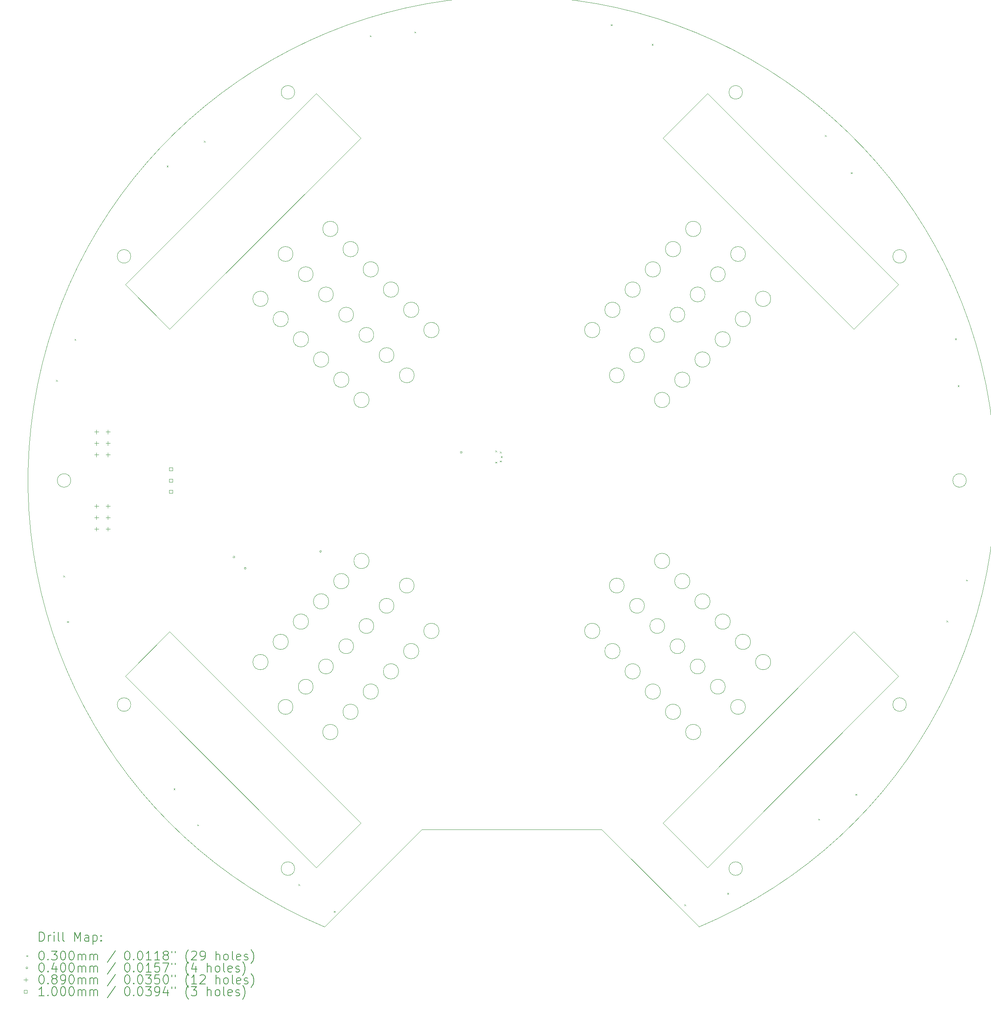
<source format=gbr>
%TF.GenerationSoftware,KiCad,Pcbnew,(6.0.9)*%
%TF.CreationDate,2023-07-09T09:41:22+10:00*%
%TF.ProjectId,Line 2.4,4c696e65-2032-42e3-942e-6b696361645f,rev?*%
%TF.SameCoordinates,Original*%
%TF.FileFunction,Drillmap*%
%TF.FilePolarity,Positive*%
%FSLAX45Y45*%
G04 Gerber Fmt 4.5, Leading zero omitted, Abs format (unit mm)*
G04 Created by KiCad (PCBNEW (6.0.9)) date 2023-07-09 09:41:22*
%MOMM*%
%LPD*%
G01*
G04 APERTURE LIST*
%ADD10C,0.100000*%
%ADD11C,0.200000*%
%ADD12C,0.030000*%
%ADD13C,0.040000*%
%ADD14C,0.089000*%
G04 APERTURE END LIST*
D10*
X29698707Y-5558653D02*
X33941347Y-9801293D01*
X16758653Y-18498707D02*
X17748602Y-17508757D01*
X22283522Y-17381478D02*
G75*
G03*
X22283522Y-17381478I-165000J0D01*
G01*
X30475000Y-22766953D02*
G75*
G03*
X30475000Y-22766953I-150000J0D01*
G01*
X20525000Y-5533047D02*
G75*
G03*
X20525000Y-5533047I-150000J0D01*
G01*
X28746478Y-10918522D02*
G75*
G03*
X28746478Y-10918522I-165000J0D01*
G01*
X28204955Y-18387620D02*
G75*
G03*
X28204955Y-18387620I-170000J0D01*
G01*
X22835045Y-9912380D02*
G75*
G03*
X22835045Y-9912380I-170000J0D01*
G01*
X31104659Y-18181994D02*
G75*
G03*
X31104659Y-18181994I-170000J0D01*
G01*
X30093516Y-9571484D02*
G75*
G03*
X30093516Y-9571484I-165000J0D01*
G01*
X27755942Y-10361393D02*
G75*
G03*
X27755942Y-10361393I-170000J0D01*
G01*
X22386032Y-9463367D02*
G75*
G03*
X22386032Y-9463367I-170000J0D01*
G01*
X30655646Y-10567019D02*
G75*
G03*
X30655646Y-10567019I-170000J0D01*
G01*
X17748602Y-17508757D02*
X21991243Y-21751398D01*
X20936484Y-9571484D02*
G75*
G03*
X20936484Y-9571484I-165000J0D01*
G01*
X22180406Y-15936929D02*
G75*
G03*
X22180406Y-15936929I-170000J0D01*
G01*
X22180405Y-12363070D02*
G75*
G03*
X22180405Y-12363070I-170000J0D01*
G01*
X28653968Y-18836633D02*
G75*
G03*
X28653968Y-18836633I-170000J0D01*
G01*
X27306929Y-10810405D02*
G75*
G03*
X27306929Y-10810405I-170000J0D01*
G01*
X23181548Y-16483452D02*
G75*
G03*
X23181548Y-16483452I-165000J0D01*
G01*
X30206633Y-11016032D02*
G75*
G03*
X30206633Y-11016032I-170000J0D01*
G01*
X21001293Y-22741347D02*
X16758653Y-18498707D01*
X21991243Y-21751398D02*
X21001293Y-22741347D01*
X20487471Y-19177529D02*
G75*
G03*
X20487471Y-19177529I-165000J0D01*
G01*
X30475000Y-5533047D02*
G75*
G03*
X30475000Y-5533047I-150000J0D01*
G01*
X28204955Y-9912380D02*
G75*
G03*
X28204955Y-9912380I-170000J0D01*
G01*
X27755942Y-17938607D02*
G75*
G03*
X27755942Y-17938607I-170000J0D01*
G01*
X20936484Y-18728516D02*
G75*
G03*
X20936484Y-18728516I-165000J0D01*
G01*
X30655646Y-17732981D02*
G75*
G03*
X30655646Y-17732981I-170000J0D01*
G01*
X29551994Y-8565341D02*
G75*
G03*
X29551994Y-8565341I-170000J0D01*
G01*
X21188266Y-24061734D02*
X23350000Y-21900000D01*
X23733071Y-10810405D02*
G75*
G03*
X23733071Y-10810405I-170000J0D01*
G01*
X21834509Y-10469509D02*
G75*
G03*
X21834509Y-10469509I-165000J0D01*
G01*
X28859595Y-12363070D02*
G75*
G03*
X28859595Y-12363070I-170000J0D01*
G01*
X29102981Y-19285646D02*
G75*
G03*
X29102981Y-19285646I-170000J0D01*
G01*
X27306930Y-17489595D02*
G75*
G03*
X27306930Y-17489595I-170000J0D01*
G01*
X29551993Y-19734659D02*
G75*
G03*
X29551993Y-19734659I-170000J0D01*
G01*
X30542529Y-9122471D02*
G75*
G03*
X30542529Y-9122471I-165000J0D01*
G01*
X27848452Y-11816548D02*
G75*
G03*
X27848452Y-11816548I-165000J0D01*
G01*
X15550000Y-14150000D02*
G75*
G03*
X15550000Y-14150000I-150000J0D01*
G01*
X21488007Y-19734659D02*
G75*
G03*
X21488007Y-19734659I-170000J0D01*
G01*
X27350000Y-21900000D02*
X29511734Y-24061734D01*
X21282380Y-16834955D02*
G75*
G03*
X21282380Y-16834955I-170000J0D01*
G01*
X29757620Y-11465045D02*
G75*
G03*
X29757620Y-11465045I-170000J0D01*
G01*
X21001293Y-5558653D02*
X21991243Y-6548602D01*
X21385496Y-10020496D02*
G75*
G03*
X21385496Y-10020496I-165000J0D01*
G01*
X28653968Y-9463367D02*
G75*
G03*
X28653968Y-9463367I-170000J0D01*
G01*
X22386032Y-18836633D02*
G75*
G03*
X22386032Y-18836633I-170000J0D01*
G01*
X33941347Y-18498707D02*
X29698707Y-22741347D01*
X27848452Y-16483452D02*
G75*
G03*
X27848452Y-16483452I-165000J0D01*
G01*
X29308607Y-16385942D02*
G75*
G03*
X29308607Y-16385942I-170000J0D01*
G01*
X22283522Y-10918522D02*
G75*
G03*
X22283522Y-10918522I-165000J0D01*
G01*
X32951398Y-10791243D02*
X28708757Y-6548602D01*
X29757620Y-16834955D02*
G75*
G03*
X29757620Y-16834955I-170000J0D01*
G01*
X21834509Y-17830491D02*
G75*
G03*
X21834509Y-17830491I-165000J0D01*
G01*
X21731393Y-16385942D02*
G75*
G03*
X21731393Y-16385942I-170000J0D01*
G01*
X21731393Y-11914058D02*
G75*
G03*
X21731393Y-11914058I-170000J0D01*
G01*
X20833367Y-11016032D02*
G75*
G03*
X20833367Y-11016032I-170000J0D01*
G01*
X20384354Y-17732981D02*
G75*
G03*
X20384354Y-17732981I-170000J0D01*
G01*
X33941347Y-9801293D02*
X32951398Y-10791243D01*
X23350000Y-21900000D02*
X27350000Y-21900000D01*
X34116953Y-9175000D02*
G75*
G03*
X34116953Y-9175000I-150000J0D01*
G01*
X21488006Y-8565341D02*
G75*
G03*
X21488006Y-8565341I-170000J0D01*
G01*
X22732535Y-16932465D02*
G75*
G03*
X22732535Y-16932465I-165000J0D01*
G01*
X34116953Y-19125000D02*
G75*
G03*
X34116953Y-19125000I-150000J0D01*
G01*
X29644504Y-18279504D02*
G75*
G03*
X29644504Y-18279504I-165000J0D01*
G01*
X28746478Y-17381478D02*
G75*
G03*
X28746478Y-17381478I-165000J0D01*
G01*
X19935341Y-18181994D02*
G75*
G03*
X19935341Y-18181994I-170000J0D01*
G01*
X22835045Y-18387620D02*
G75*
G03*
X22835045Y-18387620I-170000J0D01*
G01*
X16883047Y-9175000D02*
G75*
G03*
X16883047Y-9175000I-150000J0D01*
G01*
X21282380Y-11465045D02*
G75*
G03*
X21282380Y-11465045I-170000J0D01*
G01*
X28297465Y-11367535D02*
G75*
G03*
X28297465Y-11367535I-165000J0D01*
G01*
X29195491Y-10469509D02*
G75*
G03*
X29195491Y-10469509I-165000J0D01*
G01*
X19935342Y-10118006D02*
G75*
G03*
X19935342Y-10118006I-170000J0D01*
G01*
X21937019Y-9014354D02*
G75*
G03*
X21937019Y-9014354I-170000J0D01*
G01*
X22732535Y-11367535D02*
G75*
G03*
X22732535Y-11367535I-165000J0D01*
G01*
X23284058Y-10361393D02*
G75*
G03*
X23284058Y-10361393I-170000J0D01*
G01*
X20833367Y-17283968D02*
G75*
G03*
X20833367Y-17283968I-170000J0D01*
G01*
X30542529Y-19177529D02*
G75*
G03*
X30542529Y-19177529I-165000J0D01*
G01*
X31104658Y-10118006D02*
G75*
G03*
X31104658Y-10118006I-170000J0D01*
G01*
X20525000Y-22766953D02*
G75*
G03*
X20525000Y-22766953I-150000J0D01*
G01*
X35450000Y-14150000D02*
G75*
G03*
X35450000Y-14150000I-150000J0D01*
G01*
X29102981Y-9014354D02*
G75*
G03*
X29102981Y-9014354I-170000J0D01*
G01*
X21385496Y-18279504D02*
G75*
G03*
X21385496Y-18279504I-165000J0D01*
G01*
X28708757Y-21751398D02*
X32951398Y-17508757D01*
X23284058Y-17938607D02*
G75*
G03*
X23284058Y-17938607I-170000J0D01*
G01*
X23181548Y-11816548D02*
G75*
G03*
X23181548Y-11816548I-165000J0D01*
G01*
X30206633Y-17283968D02*
G75*
G03*
X30206633Y-17283968I-170000J0D01*
G01*
X16758653Y-9801293D02*
X21001293Y-5558653D01*
X20487471Y-9122471D02*
G75*
G03*
X20487471Y-9122471I-165000J0D01*
G01*
X29308607Y-11914058D02*
G75*
G03*
X29308607Y-11914058I-170000J0D01*
G01*
X28297465Y-16932465D02*
G75*
G03*
X28297465Y-16932465I-165000J0D01*
G01*
X30093516Y-18728516D02*
G75*
G03*
X30093516Y-18728516I-165000J0D01*
G01*
X29698707Y-22741347D02*
X28708757Y-21751398D01*
X28708757Y-6548602D02*
X29698707Y-5558653D01*
X17748602Y-10791243D02*
X16758653Y-9801293D01*
X32951398Y-17508757D02*
X33941347Y-18498707D01*
X21991243Y-6548602D02*
X17748602Y-10791243D01*
X29511734Y-24061734D02*
G75*
G03*
X21188266Y-24061734I-4161734J9911734D01*
G01*
X29644504Y-10020496D02*
G75*
G03*
X29644504Y-10020496I-165000J0D01*
G01*
X29195491Y-17830491D02*
G75*
G03*
X29195491Y-17830491I-165000J0D01*
G01*
X23733070Y-17489595D02*
G75*
G03*
X23733070Y-17489595I-170000J0D01*
G01*
X21937019Y-19285646D02*
G75*
G03*
X21937019Y-19285646I-170000J0D01*
G01*
X28859594Y-15936929D02*
G75*
G03*
X28859594Y-15936929I-170000J0D01*
G01*
X20384354Y-10567019D02*
G75*
G03*
X20384354Y-10567019I-170000J0D01*
G01*
X16883047Y-19125000D02*
G75*
G03*
X16883047Y-19125000I-150000J0D01*
G01*
D11*
D12*
X15222406Y-11919473D02*
X15252406Y-11949473D01*
X15252406Y-11919473D02*
X15222406Y-11949473D01*
X15385000Y-16260000D02*
X15415000Y-16290000D01*
X15415000Y-16260000D02*
X15385000Y-16290000D01*
X15469473Y-17272594D02*
X15499473Y-17302594D01*
X15499473Y-17272594D02*
X15469473Y-17302594D01*
X15635000Y-11010000D02*
X15665000Y-11040000D01*
X15665000Y-11010000D02*
X15635000Y-11040000D01*
X17685000Y-7160000D02*
X17715000Y-7190000D01*
X17715000Y-7160000D02*
X17685000Y-7190000D01*
X17835000Y-20985000D02*
X17865000Y-21015000D01*
X17865000Y-20985000D02*
X17835000Y-21015000D01*
X18360000Y-21785000D02*
X18390000Y-21815000D01*
X18390000Y-21785000D02*
X18360000Y-21815000D01*
X18510000Y-6610000D02*
X18540000Y-6640000D01*
X18540000Y-6610000D02*
X18510000Y-6640000D01*
X20610000Y-23110000D02*
X20640000Y-23140000D01*
X20640000Y-23110000D02*
X20610000Y-23140000D01*
X21397098Y-23709239D02*
X21427098Y-23739239D01*
X21427098Y-23709239D02*
X21397098Y-23739239D01*
X22197406Y-4269473D02*
X22227406Y-4299473D01*
X22227406Y-4269473D02*
X22197406Y-4299473D01*
X23185000Y-4185000D02*
X23215000Y-4215000D01*
X23215000Y-4185000D02*
X23185000Y-4215000D01*
X24985000Y-13485000D02*
X25015000Y-13515000D01*
X25015000Y-13485000D02*
X24985000Y-13515000D01*
X24985000Y-13735000D02*
X25015000Y-13765000D01*
X25015000Y-13735000D02*
X24985000Y-13765000D01*
X25085000Y-13510000D02*
X25115000Y-13540000D01*
X25115000Y-13510000D02*
X25085000Y-13540000D01*
X25085000Y-13710000D02*
X25115000Y-13740000D01*
X25115000Y-13710000D02*
X25085000Y-13740000D01*
X25110000Y-13610000D02*
X25140000Y-13640000D01*
X25140000Y-13610000D02*
X25110000Y-13640000D01*
X27550527Y-4022406D02*
X27580527Y-4052406D01*
X27580527Y-4022406D02*
X27550527Y-4052406D01*
X28460000Y-4460000D02*
X28490000Y-4490000D01*
X28490000Y-4460000D02*
X28460000Y-4490000D01*
X29185000Y-23560000D02*
X29215000Y-23590000D01*
X29215000Y-23560000D02*
X29185000Y-23590000D01*
X30138058Y-23305810D02*
X30168058Y-23335810D01*
X30168058Y-23305810D02*
X30138058Y-23335810D01*
X32160000Y-21660000D02*
X32190000Y-21690000D01*
X32190000Y-21660000D02*
X32160000Y-21690000D01*
X32310000Y-6485000D02*
X32340000Y-6515000D01*
X32340000Y-6485000D02*
X32310000Y-6515000D01*
X32885000Y-7310000D02*
X32915000Y-7340000D01*
X32915000Y-7310000D02*
X32885000Y-7340000D01*
X32985000Y-21110000D02*
X33015000Y-21140000D01*
X33015000Y-21110000D02*
X32985000Y-21140000D01*
X35010000Y-17260000D02*
X35040000Y-17290000D01*
X35040000Y-17260000D02*
X35010000Y-17290000D01*
X35200527Y-10997406D02*
X35230527Y-11027406D01*
X35230527Y-10997406D02*
X35200527Y-11027406D01*
X35260000Y-12035000D02*
X35290000Y-12065000D01*
X35290000Y-12035000D02*
X35260000Y-12065000D01*
X35447594Y-16350527D02*
X35477594Y-16380527D01*
X35477594Y-16350527D02*
X35447594Y-16380527D01*
D13*
X19195000Y-15850000D02*
G75*
G03*
X19195000Y-15850000I-20000J0D01*
G01*
X19445000Y-16100000D02*
G75*
G03*
X19445000Y-16100000I-20000J0D01*
G01*
X21120000Y-15725000D02*
G75*
G03*
X21120000Y-15725000I-20000J0D01*
G01*
X24245000Y-13525000D02*
G75*
G03*
X24245000Y-13525000I-20000J0D01*
G01*
D14*
X16123000Y-13026500D02*
X16123000Y-13115500D01*
X16078500Y-13071000D02*
X16167500Y-13071000D01*
X16123000Y-13280500D02*
X16123000Y-13369500D01*
X16078500Y-13325000D02*
X16167500Y-13325000D01*
X16123000Y-13534500D02*
X16123000Y-13623500D01*
X16078500Y-13579000D02*
X16167500Y-13579000D01*
X16123000Y-14676500D02*
X16123000Y-14765500D01*
X16078500Y-14721000D02*
X16167500Y-14721000D01*
X16123000Y-14930500D02*
X16123000Y-15019500D01*
X16078500Y-14975000D02*
X16167500Y-14975000D01*
X16123000Y-15184500D02*
X16123000Y-15273500D01*
X16078500Y-15229000D02*
X16167500Y-15229000D01*
X16377000Y-13026500D02*
X16377000Y-13115500D01*
X16332500Y-13071000D02*
X16421500Y-13071000D01*
X16377000Y-13280500D02*
X16377000Y-13369500D01*
X16332500Y-13325000D02*
X16421500Y-13325000D01*
X16377000Y-13534500D02*
X16377000Y-13623500D01*
X16332500Y-13579000D02*
X16421500Y-13579000D01*
X16377000Y-14676500D02*
X16377000Y-14765500D01*
X16332500Y-14721000D02*
X16421500Y-14721000D01*
X16377000Y-14930500D02*
X16377000Y-15019500D01*
X16332500Y-14975000D02*
X16421500Y-14975000D01*
X16377000Y-15184500D02*
X16377000Y-15273500D01*
X16332500Y-15229000D02*
X16421500Y-15229000D01*
D10*
X17810356Y-13935356D02*
X17810356Y-13864644D01*
X17739644Y-13864644D01*
X17739644Y-13935356D01*
X17810356Y-13935356D01*
X17810356Y-14185356D02*
X17810356Y-14114644D01*
X17739644Y-14114644D01*
X17739644Y-14185356D01*
X17810356Y-14185356D01*
X17810356Y-14435356D02*
X17810356Y-14364644D01*
X17739644Y-14364644D01*
X17739644Y-14435356D01*
X17810356Y-14435356D01*
D11*
X14852619Y-24377210D02*
X14852619Y-24177210D01*
X14900238Y-24177210D01*
X14928809Y-24186734D01*
X14947857Y-24205782D01*
X14957381Y-24224829D01*
X14966905Y-24262924D01*
X14966905Y-24291496D01*
X14957381Y-24329591D01*
X14947857Y-24348639D01*
X14928809Y-24367686D01*
X14900238Y-24377210D01*
X14852619Y-24377210D01*
X15052619Y-24377210D02*
X15052619Y-24243877D01*
X15052619Y-24281972D02*
X15062143Y-24262924D01*
X15071667Y-24253401D01*
X15090714Y-24243877D01*
X15109762Y-24243877D01*
X15176428Y-24377210D02*
X15176428Y-24243877D01*
X15176428Y-24177210D02*
X15166905Y-24186734D01*
X15176428Y-24196258D01*
X15185952Y-24186734D01*
X15176428Y-24177210D01*
X15176428Y-24196258D01*
X15300238Y-24377210D02*
X15281190Y-24367686D01*
X15271667Y-24348639D01*
X15271667Y-24177210D01*
X15405000Y-24377210D02*
X15385952Y-24367686D01*
X15376428Y-24348639D01*
X15376428Y-24177210D01*
X15633571Y-24377210D02*
X15633571Y-24177210D01*
X15700238Y-24320067D01*
X15766905Y-24177210D01*
X15766905Y-24377210D01*
X15947857Y-24377210D02*
X15947857Y-24272448D01*
X15938333Y-24253401D01*
X15919286Y-24243877D01*
X15881190Y-24243877D01*
X15862143Y-24253401D01*
X15947857Y-24367686D02*
X15928809Y-24377210D01*
X15881190Y-24377210D01*
X15862143Y-24367686D01*
X15852619Y-24348639D01*
X15852619Y-24329591D01*
X15862143Y-24310543D01*
X15881190Y-24301020D01*
X15928809Y-24301020D01*
X15947857Y-24291496D01*
X16043095Y-24243877D02*
X16043095Y-24443877D01*
X16043095Y-24253401D02*
X16062143Y-24243877D01*
X16100238Y-24243877D01*
X16119286Y-24253401D01*
X16128809Y-24262924D01*
X16138333Y-24281972D01*
X16138333Y-24339115D01*
X16128809Y-24358162D01*
X16119286Y-24367686D01*
X16100238Y-24377210D01*
X16062143Y-24377210D01*
X16043095Y-24367686D01*
X16224048Y-24358162D02*
X16233571Y-24367686D01*
X16224048Y-24377210D01*
X16214524Y-24367686D01*
X16224048Y-24358162D01*
X16224048Y-24377210D01*
X16224048Y-24253401D02*
X16233571Y-24262924D01*
X16224048Y-24272448D01*
X16214524Y-24262924D01*
X16224048Y-24253401D01*
X16224048Y-24272448D01*
D12*
X14565000Y-24691734D02*
X14595000Y-24721734D01*
X14595000Y-24691734D02*
X14565000Y-24721734D01*
D11*
X14890714Y-24597210D02*
X14909762Y-24597210D01*
X14928809Y-24606734D01*
X14938333Y-24616258D01*
X14947857Y-24635305D01*
X14957381Y-24673401D01*
X14957381Y-24721020D01*
X14947857Y-24759115D01*
X14938333Y-24778162D01*
X14928809Y-24787686D01*
X14909762Y-24797210D01*
X14890714Y-24797210D01*
X14871667Y-24787686D01*
X14862143Y-24778162D01*
X14852619Y-24759115D01*
X14843095Y-24721020D01*
X14843095Y-24673401D01*
X14852619Y-24635305D01*
X14862143Y-24616258D01*
X14871667Y-24606734D01*
X14890714Y-24597210D01*
X15043095Y-24778162D02*
X15052619Y-24787686D01*
X15043095Y-24797210D01*
X15033571Y-24787686D01*
X15043095Y-24778162D01*
X15043095Y-24797210D01*
X15119286Y-24597210D02*
X15243095Y-24597210D01*
X15176428Y-24673401D01*
X15205000Y-24673401D01*
X15224048Y-24682924D01*
X15233571Y-24692448D01*
X15243095Y-24711496D01*
X15243095Y-24759115D01*
X15233571Y-24778162D01*
X15224048Y-24787686D01*
X15205000Y-24797210D01*
X15147857Y-24797210D01*
X15128809Y-24787686D01*
X15119286Y-24778162D01*
X15366905Y-24597210D02*
X15385952Y-24597210D01*
X15405000Y-24606734D01*
X15414524Y-24616258D01*
X15424048Y-24635305D01*
X15433571Y-24673401D01*
X15433571Y-24721020D01*
X15424048Y-24759115D01*
X15414524Y-24778162D01*
X15405000Y-24787686D01*
X15385952Y-24797210D01*
X15366905Y-24797210D01*
X15347857Y-24787686D01*
X15338333Y-24778162D01*
X15328809Y-24759115D01*
X15319286Y-24721020D01*
X15319286Y-24673401D01*
X15328809Y-24635305D01*
X15338333Y-24616258D01*
X15347857Y-24606734D01*
X15366905Y-24597210D01*
X15557381Y-24597210D02*
X15576428Y-24597210D01*
X15595476Y-24606734D01*
X15605000Y-24616258D01*
X15614524Y-24635305D01*
X15624048Y-24673401D01*
X15624048Y-24721020D01*
X15614524Y-24759115D01*
X15605000Y-24778162D01*
X15595476Y-24787686D01*
X15576428Y-24797210D01*
X15557381Y-24797210D01*
X15538333Y-24787686D01*
X15528809Y-24778162D01*
X15519286Y-24759115D01*
X15509762Y-24721020D01*
X15509762Y-24673401D01*
X15519286Y-24635305D01*
X15528809Y-24616258D01*
X15538333Y-24606734D01*
X15557381Y-24597210D01*
X15709762Y-24797210D02*
X15709762Y-24663877D01*
X15709762Y-24682924D02*
X15719286Y-24673401D01*
X15738333Y-24663877D01*
X15766905Y-24663877D01*
X15785952Y-24673401D01*
X15795476Y-24692448D01*
X15795476Y-24797210D01*
X15795476Y-24692448D02*
X15805000Y-24673401D01*
X15824048Y-24663877D01*
X15852619Y-24663877D01*
X15871667Y-24673401D01*
X15881190Y-24692448D01*
X15881190Y-24797210D01*
X15976428Y-24797210D02*
X15976428Y-24663877D01*
X15976428Y-24682924D02*
X15985952Y-24673401D01*
X16005000Y-24663877D01*
X16033571Y-24663877D01*
X16052619Y-24673401D01*
X16062143Y-24692448D01*
X16062143Y-24797210D01*
X16062143Y-24692448D02*
X16071667Y-24673401D01*
X16090714Y-24663877D01*
X16119286Y-24663877D01*
X16138333Y-24673401D01*
X16147857Y-24692448D01*
X16147857Y-24797210D01*
X16538333Y-24587686D02*
X16366905Y-24844829D01*
X16795476Y-24597210D02*
X16814524Y-24597210D01*
X16833571Y-24606734D01*
X16843095Y-24616258D01*
X16852619Y-24635305D01*
X16862143Y-24673401D01*
X16862143Y-24721020D01*
X16852619Y-24759115D01*
X16843095Y-24778162D01*
X16833571Y-24787686D01*
X16814524Y-24797210D01*
X16795476Y-24797210D01*
X16776428Y-24787686D01*
X16766905Y-24778162D01*
X16757381Y-24759115D01*
X16747857Y-24721020D01*
X16747857Y-24673401D01*
X16757381Y-24635305D01*
X16766905Y-24616258D01*
X16776428Y-24606734D01*
X16795476Y-24597210D01*
X16947857Y-24778162D02*
X16957381Y-24787686D01*
X16947857Y-24797210D01*
X16938333Y-24787686D01*
X16947857Y-24778162D01*
X16947857Y-24797210D01*
X17081190Y-24597210D02*
X17100238Y-24597210D01*
X17119286Y-24606734D01*
X17128810Y-24616258D01*
X17138333Y-24635305D01*
X17147857Y-24673401D01*
X17147857Y-24721020D01*
X17138333Y-24759115D01*
X17128810Y-24778162D01*
X17119286Y-24787686D01*
X17100238Y-24797210D01*
X17081190Y-24797210D01*
X17062143Y-24787686D01*
X17052619Y-24778162D01*
X17043095Y-24759115D01*
X17033571Y-24721020D01*
X17033571Y-24673401D01*
X17043095Y-24635305D01*
X17052619Y-24616258D01*
X17062143Y-24606734D01*
X17081190Y-24597210D01*
X17338333Y-24797210D02*
X17224048Y-24797210D01*
X17281190Y-24797210D02*
X17281190Y-24597210D01*
X17262143Y-24625782D01*
X17243095Y-24644829D01*
X17224048Y-24654353D01*
X17528810Y-24797210D02*
X17414524Y-24797210D01*
X17471667Y-24797210D02*
X17471667Y-24597210D01*
X17452619Y-24625782D01*
X17433571Y-24644829D01*
X17414524Y-24654353D01*
X17643095Y-24682924D02*
X17624048Y-24673401D01*
X17614524Y-24663877D01*
X17605000Y-24644829D01*
X17605000Y-24635305D01*
X17614524Y-24616258D01*
X17624048Y-24606734D01*
X17643095Y-24597210D01*
X17681190Y-24597210D01*
X17700238Y-24606734D01*
X17709762Y-24616258D01*
X17719286Y-24635305D01*
X17719286Y-24644829D01*
X17709762Y-24663877D01*
X17700238Y-24673401D01*
X17681190Y-24682924D01*
X17643095Y-24682924D01*
X17624048Y-24692448D01*
X17614524Y-24701972D01*
X17605000Y-24721020D01*
X17605000Y-24759115D01*
X17614524Y-24778162D01*
X17624048Y-24787686D01*
X17643095Y-24797210D01*
X17681190Y-24797210D01*
X17700238Y-24787686D01*
X17709762Y-24778162D01*
X17719286Y-24759115D01*
X17719286Y-24721020D01*
X17709762Y-24701972D01*
X17700238Y-24692448D01*
X17681190Y-24682924D01*
X17795476Y-24597210D02*
X17795476Y-24635305D01*
X17871667Y-24597210D02*
X17871667Y-24635305D01*
X18166905Y-24873401D02*
X18157381Y-24863877D01*
X18138333Y-24835305D01*
X18128810Y-24816258D01*
X18119286Y-24787686D01*
X18109762Y-24740067D01*
X18109762Y-24701972D01*
X18119286Y-24654353D01*
X18128810Y-24625782D01*
X18138333Y-24606734D01*
X18157381Y-24578162D01*
X18166905Y-24568639D01*
X18233571Y-24616258D02*
X18243095Y-24606734D01*
X18262143Y-24597210D01*
X18309762Y-24597210D01*
X18328810Y-24606734D01*
X18338333Y-24616258D01*
X18347857Y-24635305D01*
X18347857Y-24654353D01*
X18338333Y-24682924D01*
X18224048Y-24797210D01*
X18347857Y-24797210D01*
X18443095Y-24797210D02*
X18481190Y-24797210D01*
X18500238Y-24787686D01*
X18509762Y-24778162D01*
X18528810Y-24749591D01*
X18538333Y-24711496D01*
X18538333Y-24635305D01*
X18528810Y-24616258D01*
X18519286Y-24606734D01*
X18500238Y-24597210D01*
X18462143Y-24597210D01*
X18443095Y-24606734D01*
X18433571Y-24616258D01*
X18424048Y-24635305D01*
X18424048Y-24682924D01*
X18433571Y-24701972D01*
X18443095Y-24711496D01*
X18462143Y-24721020D01*
X18500238Y-24721020D01*
X18519286Y-24711496D01*
X18528810Y-24701972D01*
X18538333Y-24682924D01*
X18776429Y-24797210D02*
X18776429Y-24597210D01*
X18862143Y-24797210D02*
X18862143Y-24692448D01*
X18852619Y-24673401D01*
X18833571Y-24663877D01*
X18805000Y-24663877D01*
X18785952Y-24673401D01*
X18776429Y-24682924D01*
X18985952Y-24797210D02*
X18966905Y-24787686D01*
X18957381Y-24778162D01*
X18947857Y-24759115D01*
X18947857Y-24701972D01*
X18957381Y-24682924D01*
X18966905Y-24673401D01*
X18985952Y-24663877D01*
X19014524Y-24663877D01*
X19033571Y-24673401D01*
X19043095Y-24682924D01*
X19052619Y-24701972D01*
X19052619Y-24759115D01*
X19043095Y-24778162D01*
X19033571Y-24787686D01*
X19014524Y-24797210D01*
X18985952Y-24797210D01*
X19166905Y-24797210D02*
X19147857Y-24787686D01*
X19138333Y-24768639D01*
X19138333Y-24597210D01*
X19319286Y-24787686D02*
X19300238Y-24797210D01*
X19262143Y-24797210D01*
X19243095Y-24787686D01*
X19233571Y-24768639D01*
X19233571Y-24692448D01*
X19243095Y-24673401D01*
X19262143Y-24663877D01*
X19300238Y-24663877D01*
X19319286Y-24673401D01*
X19328810Y-24692448D01*
X19328810Y-24711496D01*
X19233571Y-24730543D01*
X19405000Y-24787686D02*
X19424048Y-24797210D01*
X19462143Y-24797210D01*
X19481190Y-24787686D01*
X19490714Y-24768639D01*
X19490714Y-24759115D01*
X19481190Y-24740067D01*
X19462143Y-24730543D01*
X19433571Y-24730543D01*
X19414524Y-24721020D01*
X19405000Y-24701972D01*
X19405000Y-24692448D01*
X19414524Y-24673401D01*
X19433571Y-24663877D01*
X19462143Y-24663877D01*
X19481190Y-24673401D01*
X19557381Y-24873401D02*
X19566905Y-24863877D01*
X19585952Y-24835305D01*
X19595476Y-24816258D01*
X19605000Y-24787686D01*
X19614524Y-24740067D01*
X19614524Y-24701972D01*
X19605000Y-24654353D01*
X19595476Y-24625782D01*
X19585952Y-24606734D01*
X19566905Y-24578162D01*
X19557381Y-24568639D01*
D13*
X14595000Y-24970734D02*
G75*
G03*
X14595000Y-24970734I-20000J0D01*
G01*
D11*
X14890714Y-24861210D02*
X14909762Y-24861210D01*
X14928809Y-24870734D01*
X14938333Y-24880258D01*
X14947857Y-24899305D01*
X14957381Y-24937401D01*
X14957381Y-24985020D01*
X14947857Y-25023115D01*
X14938333Y-25042162D01*
X14928809Y-25051686D01*
X14909762Y-25061210D01*
X14890714Y-25061210D01*
X14871667Y-25051686D01*
X14862143Y-25042162D01*
X14852619Y-25023115D01*
X14843095Y-24985020D01*
X14843095Y-24937401D01*
X14852619Y-24899305D01*
X14862143Y-24880258D01*
X14871667Y-24870734D01*
X14890714Y-24861210D01*
X15043095Y-25042162D02*
X15052619Y-25051686D01*
X15043095Y-25061210D01*
X15033571Y-25051686D01*
X15043095Y-25042162D01*
X15043095Y-25061210D01*
X15224048Y-24927877D02*
X15224048Y-25061210D01*
X15176428Y-24851686D02*
X15128809Y-24994543D01*
X15252619Y-24994543D01*
X15366905Y-24861210D02*
X15385952Y-24861210D01*
X15405000Y-24870734D01*
X15414524Y-24880258D01*
X15424048Y-24899305D01*
X15433571Y-24937401D01*
X15433571Y-24985020D01*
X15424048Y-25023115D01*
X15414524Y-25042162D01*
X15405000Y-25051686D01*
X15385952Y-25061210D01*
X15366905Y-25061210D01*
X15347857Y-25051686D01*
X15338333Y-25042162D01*
X15328809Y-25023115D01*
X15319286Y-24985020D01*
X15319286Y-24937401D01*
X15328809Y-24899305D01*
X15338333Y-24880258D01*
X15347857Y-24870734D01*
X15366905Y-24861210D01*
X15557381Y-24861210D02*
X15576428Y-24861210D01*
X15595476Y-24870734D01*
X15605000Y-24880258D01*
X15614524Y-24899305D01*
X15624048Y-24937401D01*
X15624048Y-24985020D01*
X15614524Y-25023115D01*
X15605000Y-25042162D01*
X15595476Y-25051686D01*
X15576428Y-25061210D01*
X15557381Y-25061210D01*
X15538333Y-25051686D01*
X15528809Y-25042162D01*
X15519286Y-25023115D01*
X15509762Y-24985020D01*
X15509762Y-24937401D01*
X15519286Y-24899305D01*
X15528809Y-24880258D01*
X15538333Y-24870734D01*
X15557381Y-24861210D01*
X15709762Y-25061210D02*
X15709762Y-24927877D01*
X15709762Y-24946924D02*
X15719286Y-24937401D01*
X15738333Y-24927877D01*
X15766905Y-24927877D01*
X15785952Y-24937401D01*
X15795476Y-24956448D01*
X15795476Y-25061210D01*
X15795476Y-24956448D02*
X15805000Y-24937401D01*
X15824048Y-24927877D01*
X15852619Y-24927877D01*
X15871667Y-24937401D01*
X15881190Y-24956448D01*
X15881190Y-25061210D01*
X15976428Y-25061210D02*
X15976428Y-24927877D01*
X15976428Y-24946924D02*
X15985952Y-24937401D01*
X16005000Y-24927877D01*
X16033571Y-24927877D01*
X16052619Y-24937401D01*
X16062143Y-24956448D01*
X16062143Y-25061210D01*
X16062143Y-24956448D02*
X16071667Y-24937401D01*
X16090714Y-24927877D01*
X16119286Y-24927877D01*
X16138333Y-24937401D01*
X16147857Y-24956448D01*
X16147857Y-25061210D01*
X16538333Y-24851686D02*
X16366905Y-25108829D01*
X16795476Y-24861210D02*
X16814524Y-24861210D01*
X16833571Y-24870734D01*
X16843095Y-24880258D01*
X16852619Y-24899305D01*
X16862143Y-24937401D01*
X16862143Y-24985020D01*
X16852619Y-25023115D01*
X16843095Y-25042162D01*
X16833571Y-25051686D01*
X16814524Y-25061210D01*
X16795476Y-25061210D01*
X16776428Y-25051686D01*
X16766905Y-25042162D01*
X16757381Y-25023115D01*
X16747857Y-24985020D01*
X16747857Y-24937401D01*
X16757381Y-24899305D01*
X16766905Y-24880258D01*
X16776428Y-24870734D01*
X16795476Y-24861210D01*
X16947857Y-25042162D02*
X16957381Y-25051686D01*
X16947857Y-25061210D01*
X16938333Y-25051686D01*
X16947857Y-25042162D01*
X16947857Y-25061210D01*
X17081190Y-24861210D02*
X17100238Y-24861210D01*
X17119286Y-24870734D01*
X17128810Y-24880258D01*
X17138333Y-24899305D01*
X17147857Y-24937401D01*
X17147857Y-24985020D01*
X17138333Y-25023115D01*
X17128810Y-25042162D01*
X17119286Y-25051686D01*
X17100238Y-25061210D01*
X17081190Y-25061210D01*
X17062143Y-25051686D01*
X17052619Y-25042162D01*
X17043095Y-25023115D01*
X17033571Y-24985020D01*
X17033571Y-24937401D01*
X17043095Y-24899305D01*
X17052619Y-24880258D01*
X17062143Y-24870734D01*
X17081190Y-24861210D01*
X17338333Y-25061210D02*
X17224048Y-25061210D01*
X17281190Y-25061210D02*
X17281190Y-24861210D01*
X17262143Y-24889782D01*
X17243095Y-24908829D01*
X17224048Y-24918353D01*
X17519286Y-24861210D02*
X17424048Y-24861210D01*
X17414524Y-24956448D01*
X17424048Y-24946924D01*
X17443095Y-24937401D01*
X17490714Y-24937401D01*
X17509762Y-24946924D01*
X17519286Y-24956448D01*
X17528810Y-24975496D01*
X17528810Y-25023115D01*
X17519286Y-25042162D01*
X17509762Y-25051686D01*
X17490714Y-25061210D01*
X17443095Y-25061210D01*
X17424048Y-25051686D01*
X17414524Y-25042162D01*
X17595476Y-24861210D02*
X17728810Y-24861210D01*
X17643095Y-25061210D01*
X17795476Y-24861210D02*
X17795476Y-24899305D01*
X17871667Y-24861210D02*
X17871667Y-24899305D01*
X18166905Y-25137401D02*
X18157381Y-25127877D01*
X18138333Y-25099305D01*
X18128810Y-25080258D01*
X18119286Y-25051686D01*
X18109762Y-25004067D01*
X18109762Y-24965972D01*
X18119286Y-24918353D01*
X18128810Y-24889782D01*
X18138333Y-24870734D01*
X18157381Y-24842162D01*
X18166905Y-24832639D01*
X18328810Y-24927877D02*
X18328810Y-25061210D01*
X18281190Y-24851686D02*
X18233571Y-24994543D01*
X18357381Y-24994543D01*
X18585952Y-25061210D02*
X18585952Y-24861210D01*
X18671667Y-25061210D02*
X18671667Y-24956448D01*
X18662143Y-24937401D01*
X18643095Y-24927877D01*
X18614524Y-24927877D01*
X18595476Y-24937401D01*
X18585952Y-24946924D01*
X18795476Y-25061210D02*
X18776429Y-25051686D01*
X18766905Y-25042162D01*
X18757381Y-25023115D01*
X18757381Y-24965972D01*
X18766905Y-24946924D01*
X18776429Y-24937401D01*
X18795476Y-24927877D01*
X18824048Y-24927877D01*
X18843095Y-24937401D01*
X18852619Y-24946924D01*
X18862143Y-24965972D01*
X18862143Y-25023115D01*
X18852619Y-25042162D01*
X18843095Y-25051686D01*
X18824048Y-25061210D01*
X18795476Y-25061210D01*
X18976429Y-25061210D02*
X18957381Y-25051686D01*
X18947857Y-25032639D01*
X18947857Y-24861210D01*
X19128810Y-25051686D02*
X19109762Y-25061210D01*
X19071667Y-25061210D01*
X19052619Y-25051686D01*
X19043095Y-25032639D01*
X19043095Y-24956448D01*
X19052619Y-24937401D01*
X19071667Y-24927877D01*
X19109762Y-24927877D01*
X19128810Y-24937401D01*
X19138333Y-24956448D01*
X19138333Y-24975496D01*
X19043095Y-24994543D01*
X19214524Y-25051686D02*
X19233571Y-25061210D01*
X19271667Y-25061210D01*
X19290714Y-25051686D01*
X19300238Y-25032639D01*
X19300238Y-25023115D01*
X19290714Y-25004067D01*
X19271667Y-24994543D01*
X19243095Y-24994543D01*
X19224048Y-24985020D01*
X19214524Y-24965972D01*
X19214524Y-24956448D01*
X19224048Y-24937401D01*
X19243095Y-24927877D01*
X19271667Y-24927877D01*
X19290714Y-24937401D01*
X19366905Y-25137401D02*
X19376429Y-25127877D01*
X19395476Y-25099305D01*
X19405000Y-25080258D01*
X19414524Y-25051686D01*
X19424048Y-25004067D01*
X19424048Y-24965972D01*
X19414524Y-24918353D01*
X19405000Y-24889782D01*
X19395476Y-24870734D01*
X19376429Y-24842162D01*
X19366905Y-24832639D01*
D14*
X14550500Y-25190234D02*
X14550500Y-25279234D01*
X14506000Y-25234734D02*
X14595000Y-25234734D01*
D11*
X14890714Y-25125210D02*
X14909762Y-25125210D01*
X14928809Y-25134734D01*
X14938333Y-25144258D01*
X14947857Y-25163305D01*
X14957381Y-25201401D01*
X14957381Y-25249020D01*
X14947857Y-25287115D01*
X14938333Y-25306162D01*
X14928809Y-25315686D01*
X14909762Y-25325210D01*
X14890714Y-25325210D01*
X14871667Y-25315686D01*
X14862143Y-25306162D01*
X14852619Y-25287115D01*
X14843095Y-25249020D01*
X14843095Y-25201401D01*
X14852619Y-25163305D01*
X14862143Y-25144258D01*
X14871667Y-25134734D01*
X14890714Y-25125210D01*
X15043095Y-25306162D02*
X15052619Y-25315686D01*
X15043095Y-25325210D01*
X15033571Y-25315686D01*
X15043095Y-25306162D01*
X15043095Y-25325210D01*
X15166905Y-25210924D02*
X15147857Y-25201401D01*
X15138333Y-25191877D01*
X15128809Y-25172829D01*
X15128809Y-25163305D01*
X15138333Y-25144258D01*
X15147857Y-25134734D01*
X15166905Y-25125210D01*
X15205000Y-25125210D01*
X15224048Y-25134734D01*
X15233571Y-25144258D01*
X15243095Y-25163305D01*
X15243095Y-25172829D01*
X15233571Y-25191877D01*
X15224048Y-25201401D01*
X15205000Y-25210924D01*
X15166905Y-25210924D01*
X15147857Y-25220448D01*
X15138333Y-25229972D01*
X15128809Y-25249020D01*
X15128809Y-25287115D01*
X15138333Y-25306162D01*
X15147857Y-25315686D01*
X15166905Y-25325210D01*
X15205000Y-25325210D01*
X15224048Y-25315686D01*
X15233571Y-25306162D01*
X15243095Y-25287115D01*
X15243095Y-25249020D01*
X15233571Y-25229972D01*
X15224048Y-25220448D01*
X15205000Y-25210924D01*
X15338333Y-25325210D02*
X15376428Y-25325210D01*
X15395476Y-25315686D01*
X15405000Y-25306162D01*
X15424048Y-25277591D01*
X15433571Y-25239496D01*
X15433571Y-25163305D01*
X15424048Y-25144258D01*
X15414524Y-25134734D01*
X15395476Y-25125210D01*
X15357381Y-25125210D01*
X15338333Y-25134734D01*
X15328809Y-25144258D01*
X15319286Y-25163305D01*
X15319286Y-25210924D01*
X15328809Y-25229972D01*
X15338333Y-25239496D01*
X15357381Y-25249020D01*
X15395476Y-25249020D01*
X15414524Y-25239496D01*
X15424048Y-25229972D01*
X15433571Y-25210924D01*
X15557381Y-25125210D02*
X15576428Y-25125210D01*
X15595476Y-25134734D01*
X15605000Y-25144258D01*
X15614524Y-25163305D01*
X15624048Y-25201401D01*
X15624048Y-25249020D01*
X15614524Y-25287115D01*
X15605000Y-25306162D01*
X15595476Y-25315686D01*
X15576428Y-25325210D01*
X15557381Y-25325210D01*
X15538333Y-25315686D01*
X15528809Y-25306162D01*
X15519286Y-25287115D01*
X15509762Y-25249020D01*
X15509762Y-25201401D01*
X15519286Y-25163305D01*
X15528809Y-25144258D01*
X15538333Y-25134734D01*
X15557381Y-25125210D01*
X15709762Y-25325210D02*
X15709762Y-25191877D01*
X15709762Y-25210924D02*
X15719286Y-25201401D01*
X15738333Y-25191877D01*
X15766905Y-25191877D01*
X15785952Y-25201401D01*
X15795476Y-25220448D01*
X15795476Y-25325210D01*
X15795476Y-25220448D02*
X15805000Y-25201401D01*
X15824048Y-25191877D01*
X15852619Y-25191877D01*
X15871667Y-25201401D01*
X15881190Y-25220448D01*
X15881190Y-25325210D01*
X15976428Y-25325210D02*
X15976428Y-25191877D01*
X15976428Y-25210924D02*
X15985952Y-25201401D01*
X16005000Y-25191877D01*
X16033571Y-25191877D01*
X16052619Y-25201401D01*
X16062143Y-25220448D01*
X16062143Y-25325210D01*
X16062143Y-25220448D02*
X16071667Y-25201401D01*
X16090714Y-25191877D01*
X16119286Y-25191877D01*
X16138333Y-25201401D01*
X16147857Y-25220448D01*
X16147857Y-25325210D01*
X16538333Y-25115686D02*
X16366905Y-25372829D01*
X16795476Y-25125210D02*
X16814524Y-25125210D01*
X16833571Y-25134734D01*
X16843095Y-25144258D01*
X16852619Y-25163305D01*
X16862143Y-25201401D01*
X16862143Y-25249020D01*
X16852619Y-25287115D01*
X16843095Y-25306162D01*
X16833571Y-25315686D01*
X16814524Y-25325210D01*
X16795476Y-25325210D01*
X16776428Y-25315686D01*
X16766905Y-25306162D01*
X16757381Y-25287115D01*
X16747857Y-25249020D01*
X16747857Y-25201401D01*
X16757381Y-25163305D01*
X16766905Y-25144258D01*
X16776428Y-25134734D01*
X16795476Y-25125210D01*
X16947857Y-25306162D02*
X16957381Y-25315686D01*
X16947857Y-25325210D01*
X16938333Y-25315686D01*
X16947857Y-25306162D01*
X16947857Y-25325210D01*
X17081190Y-25125210D02*
X17100238Y-25125210D01*
X17119286Y-25134734D01*
X17128810Y-25144258D01*
X17138333Y-25163305D01*
X17147857Y-25201401D01*
X17147857Y-25249020D01*
X17138333Y-25287115D01*
X17128810Y-25306162D01*
X17119286Y-25315686D01*
X17100238Y-25325210D01*
X17081190Y-25325210D01*
X17062143Y-25315686D01*
X17052619Y-25306162D01*
X17043095Y-25287115D01*
X17033571Y-25249020D01*
X17033571Y-25201401D01*
X17043095Y-25163305D01*
X17052619Y-25144258D01*
X17062143Y-25134734D01*
X17081190Y-25125210D01*
X17214524Y-25125210D02*
X17338333Y-25125210D01*
X17271667Y-25201401D01*
X17300238Y-25201401D01*
X17319286Y-25210924D01*
X17328810Y-25220448D01*
X17338333Y-25239496D01*
X17338333Y-25287115D01*
X17328810Y-25306162D01*
X17319286Y-25315686D01*
X17300238Y-25325210D01*
X17243095Y-25325210D01*
X17224048Y-25315686D01*
X17214524Y-25306162D01*
X17519286Y-25125210D02*
X17424048Y-25125210D01*
X17414524Y-25220448D01*
X17424048Y-25210924D01*
X17443095Y-25201401D01*
X17490714Y-25201401D01*
X17509762Y-25210924D01*
X17519286Y-25220448D01*
X17528810Y-25239496D01*
X17528810Y-25287115D01*
X17519286Y-25306162D01*
X17509762Y-25315686D01*
X17490714Y-25325210D01*
X17443095Y-25325210D01*
X17424048Y-25315686D01*
X17414524Y-25306162D01*
X17652619Y-25125210D02*
X17671667Y-25125210D01*
X17690714Y-25134734D01*
X17700238Y-25144258D01*
X17709762Y-25163305D01*
X17719286Y-25201401D01*
X17719286Y-25249020D01*
X17709762Y-25287115D01*
X17700238Y-25306162D01*
X17690714Y-25315686D01*
X17671667Y-25325210D01*
X17652619Y-25325210D01*
X17633571Y-25315686D01*
X17624048Y-25306162D01*
X17614524Y-25287115D01*
X17605000Y-25249020D01*
X17605000Y-25201401D01*
X17614524Y-25163305D01*
X17624048Y-25144258D01*
X17633571Y-25134734D01*
X17652619Y-25125210D01*
X17795476Y-25125210D02*
X17795476Y-25163305D01*
X17871667Y-25125210D02*
X17871667Y-25163305D01*
X18166905Y-25401401D02*
X18157381Y-25391877D01*
X18138333Y-25363305D01*
X18128810Y-25344258D01*
X18119286Y-25315686D01*
X18109762Y-25268067D01*
X18109762Y-25229972D01*
X18119286Y-25182353D01*
X18128810Y-25153782D01*
X18138333Y-25134734D01*
X18157381Y-25106162D01*
X18166905Y-25096639D01*
X18347857Y-25325210D02*
X18233571Y-25325210D01*
X18290714Y-25325210D02*
X18290714Y-25125210D01*
X18271667Y-25153782D01*
X18252619Y-25172829D01*
X18233571Y-25182353D01*
X18424048Y-25144258D02*
X18433571Y-25134734D01*
X18452619Y-25125210D01*
X18500238Y-25125210D01*
X18519286Y-25134734D01*
X18528810Y-25144258D01*
X18538333Y-25163305D01*
X18538333Y-25182353D01*
X18528810Y-25210924D01*
X18414524Y-25325210D01*
X18538333Y-25325210D01*
X18776429Y-25325210D02*
X18776429Y-25125210D01*
X18862143Y-25325210D02*
X18862143Y-25220448D01*
X18852619Y-25201401D01*
X18833571Y-25191877D01*
X18805000Y-25191877D01*
X18785952Y-25201401D01*
X18776429Y-25210924D01*
X18985952Y-25325210D02*
X18966905Y-25315686D01*
X18957381Y-25306162D01*
X18947857Y-25287115D01*
X18947857Y-25229972D01*
X18957381Y-25210924D01*
X18966905Y-25201401D01*
X18985952Y-25191877D01*
X19014524Y-25191877D01*
X19033571Y-25201401D01*
X19043095Y-25210924D01*
X19052619Y-25229972D01*
X19052619Y-25287115D01*
X19043095Y-25306162D01*
X19033571Y-25315686D01*
X19014524Y-25325210D01*
X18985952Y-25325210D01*
X19166905Y-25325210D02*
X19147857Y-25315686D01*
X19138333Y-25296639D01*
X19138333Y-25125210D01*
X19319286Y-25315686D02*
X19300238Y-25325210D01*
X19262143Y-25325210D01*
X19243095Y-25315686D01*
X19233571Y-25296639D01*
X19233571Y-25220448D01*
X19243095Y-25201401D01*
X19262143Y-25191877D01*
X19300238Y-25191877D01*
X19319286Y-25201401D01*
X19328810Y-25220448D01*
X19328810Y-25239496D01*
X19233571Y-25258543D01*
X19405000Y-25315686D02*
X19424048Y-25325210D01*
X19462143Y-25325210D01*
X19481190Y-25315686D01*
X19490714Y-25296639D01*
X19490714Y-25287115D01*
X19481190Y-25268067D01*
X19462143Y-25258543D01*
X19433571Y-25258543D01*
X19414524Y-25249020D01*
X19405000Y-25229972D01*
X19405000Y-25220448D01*
X19414524Y-25201401D01*
X19433571Y-25191877D01*
X19462143Y-25191877D01*
X19481190Y-25201401D01*
X19557381Y-25401401D02*
X19566905Y-25391877D01*
X19585952Y-25363305D01*
X19595476Y-25344258D01*
X19605000Y-25315686D01*
X19614524Y-25268067D01*
X19614524Y-25229972D01*
X19605000Y-25182353D01*
X19595476Y-25153782D01*
X19585952Y-25134734D01*
X19566905Y-25106162D01*
X19557381Y-25096639D01*
D10*
X14580356Y-25534090D02*
X14580356Y-25463378D01*
X14509644Y-25463378D01*
X14509644Y-25534090D01*
X14580356Y-25534090D01*
D11*
X14957381Y-25589210D02*
X14843095Y-25589210D01*
X14900238Y-25589210D02*
X14900238Y-25389210D01*
X14881190Y-25417782D01*
X14862143Y-25436829D01*
X14843095Y-25446353D01*
X15043095Y-25570162D02*
X15052619Y-25579686D01*
X15043095Y-25589210D01*
X15033571Y-25579686D01*
X15043095Y-25570162D01*
X15043095Y-25589210D01*
X15176428Y-25389210D02*
X15195476Y-25389210D01*
X15214524Y-25398734D01*
X15224048Y-25408258D01*
X15233571Y-25427305D01*
X15243095Y-25465401D01*
X15243095Y-25513020D01*
X15233571Y-25551115D01*
X15224048Y-25570162D01*
X15214524Y-25579686D01*
X15195476Y-25589210D01*
X15176428Y-25589210D01*
X15157381Y-25579686D01*
X15147857Y-25570162D01*
X15138333Y-25551115D01*
X15128809Y-25513020D01*
X15128809Y-25465401D01*
X15138333Y-25427305D01*
X15147857Y-25408258D01*
X15157381Y-25398734D01*
X15176428Y-25389210D01*
X15366905Y-25389210D02*
X15385952Y-25389210D01*
X15405000Y-25398734D01*
X15414524Y-25408258D01*
X15424048Y-25427305D01*
X15433571Y-25465401D01*
X15433571Y-25513020D01*
X15424048Y-25551115D01*
X15414524Y-25570162D01*
X15405000Y-25579686D01*
X15385952Y-25589210D01*
X15366905Y-25589210D01*
X15347857Y-25579686D01*
X15338333Y-25570162D01*
X15328809Y-25551115D01*
X15319286Y-25513020D01*
X15319286Y-25465401D01*
X15328809Y-25427305D01*
X15338333Y-25408258D01*
X15347857Y-25398734D01*
X15366905Y-25389210D01*
X15557381Y-25389210D02*
X15576428Y-25389210D01*
X15595476Y-25398734D01*
X15605000Y-25408258D01*
X15614524Y-25427305D01*
X15624048Y-25465401D01*
X15624048Y-25513020D01*
X15614524Y-25551115D01*
X15605000Y-25570162D01*
X15595476Y-25579686D01*
X15576428Y-25589210D01*
X15557381Y-25589210D01*
X15538333Y-25579686D01*
X15528809Y-25570162D01*
X15519286Y-25551115D01*
X15509762Y-25513020D01*
X15509762Y-25465401D01*
X15519286Y-25427305D01*
X15528809Y-25408258D01*
X15538333Y-25398734D01*
X15557381Y-25389210D01*
X15709762Y-25589210D02*
X15709762Y-25455877D01*
X15709762Y-25474924D02*
X15719286Y-25465401D01*
X15738333Y-25455877D01*
X15766905Y-25455877D01*
X15785952Y-25465401D01*
X15795476Y-25484448D01*
X15795476Y-25589210D01*
X15795476Y-25484448D02*
X15805000Y-25465401D01*
X15824048Y-25455877D01*
X15852619Y-25455877D01*
X15871667Y-25465401D01*
X15881190Y-25484448D01*
X15881190Y-25589210D01*
X15976428Y-25589210D02*
X15976428Y-25455877D01*
X15976428Y-25474924D02*
X15985952Y-25465401D01*
X16005000Y-25455877D01*
X16033571Y-25455877D01*
X16052619Y-25465401D01*
X16062143Y-25484448D01*
X16062143Y-25589210D01*
X16062143Y-25484448D02*
X16071667Y-25465401D01*
X16090714Y-25455877D01*
X16119286Y-25455877D01*
X16138333Y-25465401D01*
X16147857Y-25484448D01*
X16147857Y-25589210D01*
X16538333Y-25379686D02*
X16366905Y-25636829D01*
X16795476Y-25389210D02*
X16814524Y-25389210D01*
X16833571Y-25398734D01*
X16843095Y-25408258D01*
X16852619Y-25427305D01*
X16862143Y-25465401D01*
X16862143Y-25513020D01*
X16852619Y-25551115D01*
X16843095Y-25570162D01*
X16833571Y-25579686D01*
X16814524Y-25589210D01*
X16795476Y-25589210D01*
X16776428Y-25579686D01*
X16766905Y-25570162D01*
X16757381Y-25551115D01*
X16747857Y-25513020D01*
X16747857Y-25465401D01*
X16757381Y-25427305D01*
X16766905Y-25408258D01*
X16776428Y-25398734D01*
X16795476Y-25389210D01*
X16947857Y-25570162D02*
X16957381Y-25579686D01*
X16947857Y-25589210D01*
X16938333Y-25579686D01*
X16947857Y-25570162D01*
X16947857Y-25589210D01*
X17081190Y-25389210D02*
X17100238Y-25389210D01*
X17119286Y-25398734D01*
X17128810Y-25408258D01*
X17138333Y-25427305D01*
X17147857Y-25465401D01*
X17147857Y-25513020D01*
X17138333Y-25551115D01*
X17128810Y-25570162D01*
X17119286Y-25579686D01*
X17100238Y-25589210D01*
X17081190Y-25589210D01*
X17062143Y-25579686D01*
X17052619Y-25570162D01*
X17043095Y-25551115D01*
X17033571Y-25513020D01*
X17033571Y-25465401D01*
X17043095Y-25427305D01*
X17052619Y-25408258D01*
X17062143Y-25398734D01*
X17081190Y-25389210D01*
X17214524Y-25389210D02*
X17338333Y-25389210D01*
X17271667Y-25465401D01*
X17300238Y-25465401D01*
X17319286Y-25474924D01*
X17328810Y-25484448D01*
X17338333Y-25503496D01*
X17338333Y-25551115D01*
X17328810Y-25570162D01*
X17319286Y-25579686D01*
X17300238Y-25589210D01*
X17243095Y-25589210D01*
X17224048Y-25579686D01*
X17214524Y-25570162D01*
X17433571Y-25589210D02*
X17471667Y-25589210D01*
X17490714Y-25579686D01*
X17500238Y-25570162D01*
X17519286Y-25541591D01*
X17528810Y-25503496D01*
X17528810Y-25427305D01*
X17519286Y-25408258D01*
X17509762Y-25398734D01*
X17490714Y-25389210D01*
X17452619Y-25389210D01*
X17433571Y-25398734D01*
X17424048Y-25408258D01*
X17414524Y-25427305D01*
X17414524Y-25474924D01*
X17424048Y-25493972D01*
X17433571Y-25503496D01*
X17452619Y-25513020D01*
X17490714Y-25513020D01*
X17509762Y-25503496D01*
X17519286Y-25493972D01*
X17528810Y-25474924D01*
X17700238Y-25455877D02*
X17700238Y-25589210D01*
X17652619Y-25379686D02*
X17605000Y-25522543D01*
X17728810Y-25522543D01*
X17795476Y-25389210D02*
X17795476Y-25427305D01*
X17871667Y-25389210D02*
X17871667Y-25427305D01*
X18166905Y-25665401D02*
X18157381Y-25655877D01*
X18138333Y-25627305D01*
X18128810Y-25608258D01*
X18119286Y-25579686D01*
X18109762Y-25532067D01*
X18109762Y-25493972D01*
X18119286Y-25446353D01*
X18128810Y-25417782D01*
X18138333Y-25398734D01*
X18157381Y-25370162D01*
X18166905Y-25360639D01*
X18224048Y-25389210D02*
X18347857Y-25389210D01*
X18281190Y-25465401D01*
X18309762Y-25465401D01*
X18328810Y-25474924D01*
X18338333Y-25484448D01*
X18347857Y-25503496D01*
X18347857Y-25551115D01*
X18338333Y-25570162D01*
X18328810Y-25579686D01*
X18309762Y-25589210D01*
X18252619Y-25589210D01*
X18233571Y-25579686D01*
X18224048Y-25570162D01*
X18585952Y-25589210D02*
X18585952Y-25389210D01*
X18671667Y-25589210D02*
X18671667Y-25484448D01*
X18662143Y-25465401D01*
X18643095Y-25455877D01*
X18614524Y-25455877D01*
X18595476Y-25465401D01*
X18585952Y-25474924D01*
X18795476Y-25589210D02*
X18776429Y-25579686D01*
X18766905Y-25570162D01*
X18757381Y-25551115D01*
X18757381Y-25493972D01*
X18766905Y-25474924D01*
X18776429Y-25465401D01*
X18795476Y-25455877D01*
X18824048Y-25455877D01*
X18843095Y-25465401D01*
X18852619Y-25474924D01*
X18862143Y-25493972D01*
X18862143Y-25551115D01*
X18852619Y-25570162D01*
X18843095Y-25579686D01*
X18824048Y-25589210D01*
X18795476Y-25589210D01*
X18976429Y-25589210D02*
X18957381Y-25579686D01*
X18947857Y-25560639D01*
X18947857Y-25389210D01*
X19128810Y-25579686D02*
X19109762Y-25589210D01*
X19071667Y-25589210D01*
X19052619Y-25579686D01*
X19043095Y-25560639D01*
X19043095Y-25484448D01*
X19052619Y-25465401D01*
X19071667Y-25455877D01*
X19109762Y-25455877D01*
X19128810Y-25465401D01*
X19138333Y-25484448D01*
X19138333Y-25503496D01*
X19043095Y-25522543D01*
X19214524Y-25579686D02*
X19233571Y-25589210D01*
X19271667Y-25589210D01*
X19290714Y-25579686D01*
X19300238Y-25560639D01*
X19300238Y-25551115D01*
X19290714Y-25532067D01*
X19271667Y-25522543D01*
X19243095Y-25522543D01*
X19224048Y-25513020D01*
X19214524Y-25493972D01*
X19214524Y-25484448D01*
X19224048Y-25465401D01*
X19243095Y-25455877D01*
X19271667Y-25455877D01*
X19290714Y-25465401D01*
X19366905Y-25665401D02*
X19376429Y-25655877D01*
X19395476Y-25627305D01*
X19405000Y-25608258D01*
X19414524Y-25579686D01*
X19424048Y-25532067D01*
X19424048Y-25493972D01*
X19414524Y-25446353D01*
X19405000Y-25417782D01*
X19395476Y-25398734D01*
X19376429Y-25370162D01*
X19366905Y-25360639D01*
M02*

</source>
